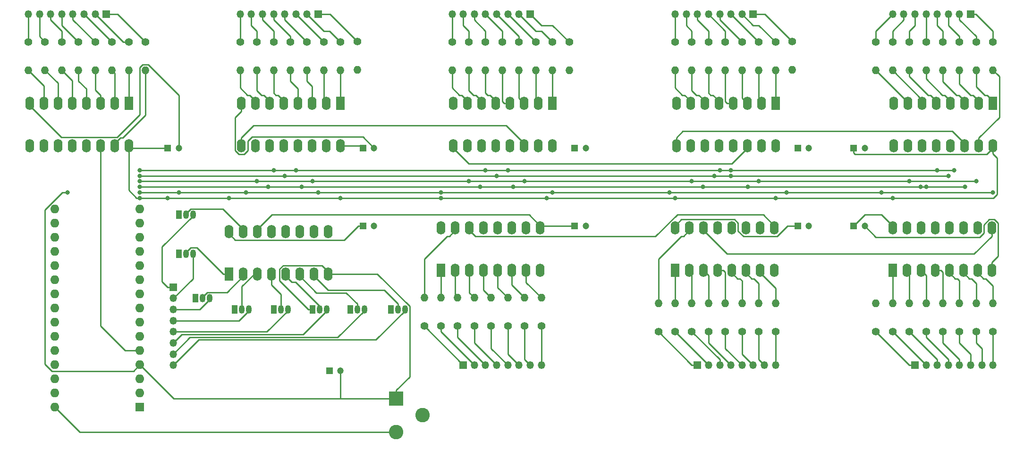
<source format=gtl>
G04 #@! TF.GenerationSoftware,KiCad,Pcbnew,(5.1.4-0-10_14)*
G04 #@! TF.CreationDate,2019-12-08T14:58:00+00:00*
G04 #@! TF.ProjectId,LED_cube_with_74HCT595,4c45445f-6375-4626-955f-776974685f37,rev?*
G04 #@! TF.SameCoordinates,Original*
G04 #@! TF.FileFunction,Copper,L1,Top*
G04 #@! TF.FilePolarity,Positive*
%FSLAX46Y46*%
G04 Gerber Fmt 4.6, Leading zero omitted, Abs format (unit mm)*
G04 Created by KiCad (PCBNEW (5.1.4-0-10_14)) date 2019-12-08 14:58:00*
%MOMM*%
%LPD*%
G04 APERTURE LIST*
%ADD10C,1.200000*%
%ADD11R,1.200000X1.200000*%
%ADD12O,1.600000X1.600000*%
%ADD13R,1.600000X1.600000*%
%ADD14O,1.600000X2.400000*%
%ADD15R,1.600000X2.400000*%
%ADD16O,1.350000X1.350000*%
%ADD17R,1.350000X1.350000*%
%ADD18O,1.050000X1.500000*%
%ADD19R,1.050000X1.500000*%
%ADD20C,1.400000*%
%ADD21O,1.400000X1.400000*%
%ADD22R,2.600000X2.600000*%
%ADD23C,2.600000*%
%ADD24C,0.800000*%
%ADD25C,0.250000*%
G04 APERTURE END LIST*
D10*
X83000000Y-92000000D03*
D11*
X81000000Y-92000000D03*
D12*
X31760000Y-63000000D03*
X47000000Y-63000000D03*
X31760000Y-98560000D03*
X47000000Y-65540000D03*
X31760000Y-96020000D03*
X47000000Y-68080000D03*
X31760000Y-93480000D03*
X47000000Y-70620000D03*
X31760000Y-90940000D03*
X47000000Y-73160000D03*
X31760000Y-88400000D03*
X47000000Y-75700000D03*
X31760000Y-85860000D03*
X47000000Y-78240000D03*
X31760000Y-83320000D03*
X47000000Y-80780000D03*
X31760000Y-80780000D03*
X47000000Y-83320000D03*
X31760000Y-78240000D03*
X47000000Y-85860000D03*
X31760000Y-75700000D03*
X47000000Y-88400000D03*
X31760000Y-73160000D03*
X47000000Y-90940000D03*
X31760000Y-70620000D03*
X47000000Y-93480000D03*
X31760000Y-68080000D03*
X47000000Y-96020000D03*
X31760000Y-65540000D03*
D13*
X47000000Y-98560000D03*
D14*
X200000000Y-51620000D03*
X182220000Y-44000000D03*
X197460000Y-51620000D03*
X184760000Y-44000000D03*
X194920000Y-51620000D03*
X187300000Y-44000000D03*
X192380000Y-51620000D03*
X189840000Y-44000000D03*
X189840000Y-51620000D03*
X192380000Y-44000000D03*
X187300000Y-51620000D03*
X194920000Y-44000000D03*
X184760000Y-51620000D03*
X197460000Y-44000000D03*
X182220000Y-51620000D03*
D15*
X200000000Y-44000000D03*
D14*
X161000000Y-51620000D03*
X143220000Y-44000000D03*
X158460000Y-51620000D03*
X145760000Y-44000000D03*
X155920000Y-51620000D03*
X148300000Y-44000000D03*
X153380000Y-51620000D03*
X150840000Y-44000000D03*
X150840000Y-51620000D03*
X153380000Y-44000000D03*
X148300000Y-51620000D03*
X155920000Y-44000000D03*
X145760000Y-51620000D03*
X158460000Y-44000000D03*
X143220000Y-51620000D03*
D15*
X161000000Y-44000000D03*
X101000000Y-74000000D03*
D14*
X118780000Y-66380000D03*
X103540000Y-74000000D03*
X116240000Y-66380000D03*
X106080000Y-74000000D03*
X113700000Y-66380000D03*
X108620000Y-74000000D03*
X111160000Y-66380000D03*
X111160000Y-74000000D03*
X108620000Y-66380000D03*
X113700000Y-74000000D03*
X106080000Y-66380000D03*
X116240000Y-74000000D03*
X103540000Y-66380000D03*
X118780000Y-74000000D03*
X101000000Y-66380000D03*
X143000000Y-66380000D03*
X160780000Y-74000000D03*
X145540000Y-66380000D03*
X158240000Y-74000000D03*
X148080000Y-66380000D03*
X155700000Y-74000000D03*
X150620000Y-66380000D03*
X153160000Y-74000000D03*
X153160000Y-66380000D03*
X150620000Y-74000000D03*
X155700000Y-66380000D03*
X148080000Y-74000000D03*
X158240000Y-66380000D03*
X145540000Y-74000000D03*
X160780000Y-66380000D03*
D15*
X143000000Y-74000000D03*
D16*
X27000000Y-28000000D03*
X29000000Y-28000000D03*
X31000000Y-28000000D03*
X33000000Y-28000000D03*
X35000000Y-28000000D03*
X37000000Y-28000000D03*
X39000000Y-28000000D03*
D17*
X41000000Y-28000000D03*
X105000000Y-91000000D03*
D16*
X107000000Y-91000000D03*
X109000000Y-91000000D03*
X111000000Y-91000000D03*
X113000000Y-91000000D03*
X115000000Y-91000000D03*
X117000000Y-91000000D03*
X119000000Y-91000000D03*
D17*
X79000000Y-28000000D03*
D16*
X77000000Y-28000000D03*
X75000000Y-28000000D03*
X73000000Y-28000000D03*
X71000000Y-28000000D03*
X69000000Y-28000000D03*
X67000000Y-28000000D03*
X65000000Y-28000000D03*
X161000000Y-91000000D03*
X159000000Y-91000000D03*
X157000000Y-91000000D03*
X155000000Y-91000000D03*
X153000000Y-91000000D03*
X151000000Y-91000000D03*
X149000000Y-91000000D03*
D17*
X147000000Y-91000000D03*
D16*
X103000000Y-28000000D03*
X105000000Y-28000000D03*
X107000000Y-28000000D03*
X109000000Y-28000000D03*
X111000000Y-28000000D03*
X113000000Y-28000000D03*
X115000000Y-28000000D03*
D17*
X117000000Y-28000000D03*
D16*
X200000000Y-91000000D03*
X198000000Y-91000000D03*
X196000000Y-91000000D03*
X194000000Y-91000000D03*
X192000000Y-91000000D03*
X190000000Y-91000000D03*
X188000000Y-91000000D03*
D17*
X186000000Y-91000000D03*
D16*
X53000000Y-91000000D03*
X53000000Y-89000000D03*
X53000000Y-87000000D03*
X53000000Y-85000000D03*
X53000000Y-83000000D03*
X53000000Y-81000000D03*
X53000000Y-79000000D03*
D17*
X53000000Y-77000000D03*
X157000000Y-28000000D03*
D16*
X155000000Y-28000000D03*
X153000000Y-28000000D03*
X151000000Y-28000000D03*
X149000000Y-28000000D03*
X147000000Y-28000000D03*
X145000000Y-28000000D03*
X143000000Y-28000000D03*
D17*
X196000000Y-28000000D03*
D16*
X194000000Y-28000000D03*
X192000000Y-28000000D03*
X190000000Y-28000000D03*
X188000000Y-28000000D03*
X186000000Y-28000000D03*
X184000000Y-28000000D03*
X182000000Y-28000000D03*
D18*
X55270000Y-64000000D03*
X56540000Y-64000000D03*
D19*
X54000000Y-64000000D03*
X57000000Y-79000000D03*
D18*
X59540000Y-79000000D03*
X58270000Y-79000000D03*
X72270000Y-81000000D03*
X73540000Y-81000000D03*
D19*
X71000000Y-81000000D03*
X84730000Y-81000000D03*
D18*
X87270000Y-81000000D03*
X86000000Y-81000000D03*
X55270000Y-71000000D03*
X56540000Y-71000000D03*
D19*
X54000000Y-71000000D03*
D18*
X65270000Y-81000000D03*
X66540000Y-81000000D03*
D19*
X64000000Y-81000000D03*
D18*
X79270000Y-81000000D03*
X80540000Y-81000000D03*
D19*
X78000000Y-81000000D03*
X92000000Y-81000000D03*
D18*
X94540000Y-81000000D03*
X93270000Y-81000000D03*
D20*
X48000000Y-33000000D03*
D21*
X48000000Y-38080000D03*
X45000000Y-38080000D03*
D20*
X45000000Y-33000000D03*
D21*
X119000000Y-78920000D03*
D20*
X119000000Y-84000000D03*
X42000000Y-33000000D03*
D21*
X42000000Y-38080000D03*
D20*
X116000000Y-84000000D03*
D21*
X116000000Y-78920000D03*
X39000000Y-38080000D03*
D20*
X39000000Y-33000000D03*
D21*
X113000000Y-78920000D03*
D20*
X113000000Y-84000000D03*
X36000000Y-33000000D03*
D21*
X36000000Y-38080000D03*
D20*
X110000000Y-84000000D03*
D21*
X110000000Y-78920000D03*
X33000000Y-38080000D03*
D20*
X33000000Y-33000000D03*
D21*
X107000000Y-78920000D03*
D20*
X107000000Y-84000000D03*
X30000000Y-33000000D03*
D21*
X30000000Y-38080000D03*
D20*
X104000000Y-84000000D03*
D21*
X104000000Y-78920000D03*
X27000000Y-38080000D03*
D20*
X27000000Y-33000000D03*
D21*
X101000000Y-78920000D03*
D20*
X101000000Y-84000000D03*
D21*
X98000000Y-78920000D03*
D20*
X98000000Y-84000000D03*
D21*
X86000000Y-38000000D03*
D20*
X86000000Y-32920000D03*
X83000000Y-33000000D03*
D21*
X83000000Y-38080000D03*
D20*
X161000000Y-85000000D03*
D21*
X161000000Y-79920000D03*
X80000000Y-38080000D03*
D20*
X80000000Y-33000000D03*
D21*
X158000000Y-79920000D03*
D20*
X158000000Y-85000000D03*
X77000000Y-33000000D03*
D21*
X77000000Y-38080000D03*
D20*
X155000000Y-85000000D03*
D21*
X155000000Y-79920000D03*
X74000000Y-38080000D03*
D20*
X74000000Y-33000000D03*
D21*
X152000000Y-79920000D03*
D20*
X152000000Y-85000000D03*
X71000000Y-33000000D03*
D21*
X71000000Y-38080000D03*
D20*
X149000000Y-85000000D03*
D21*
X149000000Y-79920000D03*
X68000000Y-38080000D03*
D20*
X68000000Y-33000000D03*
D21*
X146000000Y-79920000D03*
D20*
X146000000Y-85000000D03*
X65000000Y-33000000D03*
D21*
X65000000Y-38080000D03*
D20*
X143000000Y-85000000D03*
D21*
X143000000Y-79920000D03*
X140000000Y-79920000D03*
D20*
X140000000Y-85000000D03*
X124000000Y-33000000D03*
D21*
X124000000Y-38080000D03*
X121000000Y-38080000D03*
D20*
X121000000Y-33000000D03*
D21*
X200000000Y-79920000D03*
D20*
X200000000Y-85000000D03*
X118000000Y-33000000D03*
D21*
X118000000Y-38080000D03*
D20*
X197000000Y-85000000D03*
D21*
X197000000Y-79920000D03*
X115000000Y-38080000D03*
D20*
X115000000Y-33000000D03*
D21*
X194000000Y-79920000D03*
D20*
X194000000Y-85000000D03*
X112000000Y-33000000D03*
D21*
X112000000Y-38080000D03*
D20*
X191000000Y-85000000D03*
D21*
X191000000Y-79920000D03*
X109000000Y-38080000D03*
D20*
X109000000Y-33000000D03*
D21*
X188000000Y-79920000D03*
D20*
X188000000Y-85000000D03*
X106000000Y-33000000D03*
D21*
X106000000Y-38080000D03*
D20*
X185000000Y-85000000D03*
D21*
X185000000Y-79920000D03*
X103000000Y-38080000D03*
D20*
X103000000Y-33000000D03*
D21*
X182000000Y-79920000D03*
D20*
X182000000Y-85000000D03*
X179000000Y-85000000D03*
D21*
X179000000Y-79920000D03*
X164000000Y-38000000D03*
D20*
X164000000Y-32920000D03*
X161000000Y-33000000D03*
D21*
X161000000Y-38080000D03*
D20*
X179000000Y-33000000D03*
D21*
X179000000Y-38080000D03*
X158000000Y-38080000D03*
D20*
X158000000Y-33000000D03*
D21*
X182000000Y-38080000D03*
D20*
X182000000Y-33000000D03*
X155000000Y-33000000D03*
D21*
X155000000Y-38080000D03*
D20*
X185000000Y-33000000D03*
D21*
X185000000Y-38080000D03*
X152000000Y-38080000D03*
D20*
X152000000Y-33000000D03*
D21*
X188000000Y-38080000D03*
D20*
X188000000Y-33000000D03*
X149000000Y-33000000D03*
D21*
X149000000Y-38080000D03*
D20*
X191000000Y-33000000D03*
D21*
X191000000Y-38080000D03*
X146000000Y-38080000D03*
D20*
X146000000Y-33000000D03*
X194000000Y-33000000D03*
D21*
X194000000Y-38080000D03*
D20*
X143000000Y-33000000D03*
D21*
X143000000Y-38080000D03*
X197000000Y-38080000D03*
D20*
X197000000Y-33000000D03*
X200000000Y-33000000D03*
D21*
X200000000Y-38080000D03*
D14*
X45000000Y-51620000D03*
X27220000Y-44000000D03*
X42460000Y-51620000D03*
X29760000Y-44000000D03*
X39920000Y-51620000D03*
X32300000Y-44000000D03*
X37380000Y-51620000D03*
X34840000Y-44000000D03*
X34840000Y-51620000D03*
X37380000Y-44000000D03*
X32300000Y-51620000D03*
X39920000Y-44000000D03*
X29760000Y-51620000D03*
X42460000Y-44000000D03*
X27220000Y-51620000D03*
D15*
X45000000Y-44000000D03*
X63000000Y-74620000D03*
D14*
X80780000Y-67000000D03*
X65540000Y-74620000D03*
X78240000Y-67000000D03*
X68080000Y-74620000D03*
X75700000Y-67000000D03*
X70620000Y-74620000D03*
X73160000Y-67000000D03*
X73160000Y-74620000D03*
X70620000Y-67000000D03*
X75700000Y-74620000D03*
X68080000Y-67000000D03*
X78240000Y-74620000D03*
X65540000Y-67000000D03*
X80780000Y-74620000D03*
X63000000Y-67000000D03*
X83000000Y-51620000D03*
X65220000Y-44000000D03*
X80460000Y-51620000D03*
X67760000Y-44000000D03*
X77920000Y-51620000D03*
X70300000Y-44000000D03*
X75380000Y-51620000D03*
X72840000Y-44000000D03*
X72840000Y-51620000D03*
X75380000Y-44000000D03*
X70300000Y-51620000D03*
X77920000Y-44000000D03*
X67760000Y-51620000D03*
X80460000Y-44000000D03*
X65220000Y-51620000D03*
D15*
X83000000Y-44000000D03*
X121000000Y-44000000D03*
D14*
X103220000Y-51620000D03*
X118460000Y-44000000D03*
X105760000Y-51620000D03*
X115920000Y-44000000D03*
X108300000Y-51620000D03*
X113380000Y-44000000D03*
X110840000Y-51620000D03*
X110840000Y-44000000D03*
X113380000Y-51620000D03*
X108300000Y-44000000D03*
X115920000Y-51620000D03*
X105760000Y-44000000D03*
X118460000Y-51620000D03*
X103220000Y-44000000D03*
X121000000Y-51620000D03*
D15*
X182000000Y-74000000D03*
D14*
X199780000Y-66380000D03*
X184540000Y-74000000D03*
X197240000Y-66380000D03*
X187080000Y-74000000D03*
X194700000Y-66380000D03*
X189620000Y-74000000D03*
X192160000Y-66380000D03*
X192160000Y-74000000D03*
X189620000Y-66380000D03*
X194700000Y-74000000D03*
X187080000Y-66380000D03*
X197240000Y-74000000D03*
X184540000Y-66380000D03*
X199780000Y-74000000D03*
X182000000Y-66380000D03*
D22*
X93000000Y-97000000D03*
D23*
X93000000Y-103000000D03*
X97700000Y-100000000D03*
D10*
X54000000Y-52000000D03*
D11*
X52000000Y-52000000D03*
X125000000Y-66000000D03*
D10*
X127000000Y-66000000D03*
D11*
X87000000Y-66000000D03*
D10*
X89000000Y-66000000D03*
X89000000Y-52000000D03*
D11*
X87000000Y-52000000D03*
X165000000Y-66000000D03*
D10*
X167000000Y-66000000D03*
X127000000Y-52000000D03*
D11*
X125000000Y-52000000D03*
X175000000Y-66000000D03*
D10*
X177000000Y-66000000D03*
X167000000Y-52000000D03*
D11*
X165000000Y-52000000D03*
X175000000Y-52000000D03*
D10*
X177000000Y-52000000D03*
D24*
X47000000Y-60000000D03*
X79000000Y-60000000D03*
X66000000Y-60000000D03*
X101000000Y-60000000D03*
X121000000Y-60000000D03*
X142000000Y-60000000D03*
X163000000Y-60000000D03*
X180000000Y-60000000D03*
X200000000Y-60000000D03*
X34000000Y-60000000D03*
X54000000Y-60000000D03*
X73000000Y-57000000D03*
X47000000Y-59000000D03*
X70000000Y-59000000D03*
X76000000Y-59000000D03*
X108000000Y-59000000D03*
X114000000Y-59000000D03*
X156000000Y-59000000D03*
X148000000Y-59000000D03*
X188000000Y-59000000D03*
X187000000Y-59000000D03*
X195000000Y-59000000D03*
X47000000Y-58000000D03*
X68000000Y-58000000D03*
X78000000Y-58000000D03*
X106000000Y-58000000D03*
X116000000Y-58000000D03*
X158000000Y-58000000D03*
X146000000Y-58000000D03*
X197000000Y-58000000D03*
X185000000Y-58000000D03*
X47000000Y-57000000D03*
X111000000Y-57000000D03*
X150000000Y-57000000D03*
X153000000Y-57000000D03*
X192000000Y-57000000D03*
X47000000Y-56000000D03*
X75000000Y-56000000D03*
X71000000Y-56000000D03*
X113000000Y-56000000D03*
X109000000Y-56000000D03*
X153000000Y-56000000D03*
X151000000Y-56000000D03*
X193000000Y-56000000D03*
X190000000Y-56000000D03*
X47000000Y-61000000D03*
X83000000Y-61000000D03*
X120000000Y-61000000D03*
X101000000Y-61000000D03*
X143000000Y-61000000D03*
X161000000Y-61000000D03*
X182000000Y-61000000D03*
X63000000Y-61000000D03*
X52000000Y-61000000D03*
D25*
X118780000Y-74000000D02*
X118780000Y-73600000D01*
X47000000Y-60000000D02*
X54000000Y-60000000D01*
X66000000Y-60000000D02*
X79000000Y-60000000D01*
X79000000Y-60000000D02*
X101000000Y-60000000D01*
X101000000Y-60000000D02*
X121000000Y-60000000D01*
X121000000Y-60000000D02*
X142000000Y-60000000D01*
X142000000Y-60000000D02*
X163000000Y-60000000D01*
X163000000Y-60000000D02*
X180000000Y-60000000D01*
X180000000Y-60000000D02*
X200000000Y-60000000D01*
X31219999Y-92065001D02*
X30000000Y-90845002D01*
X45874999Y-92065001D02*
X31219999Y-92065001D01*
X47000000Y-90940000D02*
X45874999Y-92065001D01*
X33094998Y-60000000D02*
X34000000Y-60000000D01*
X30000000Y-63094998D02*
X33094998Y-60000000D01*
X30000000Y-90845002D02*
X30000000Y-63094998D01*
X66000000Y-60000000D02*
X54000000Y-60000000D01*
X53060000Y-97000000D02*
X71000000Y-97000000D01*
X53060000Y-97000000D02*
X93000000Y-97000000D01*
X47000000Y-90940000D02*
X53060000Y-97000000D01*
X81830000Y-74620000D02*
X80780000Y-74620000D01*
X89587095Y-74620000D02*
X81830000Y-74620000D01*
X95390010Y-80422915D02*
X89587095Y-74620000D01*
X95390010Y-93059990D02*
X95390010Y-80422915D01*
X93000000Y-95450000D02*
X95390010Y-93059990D01*
X93000000Y-97000000D02*
X93000000Y-95450000D01*
X72034990Y-75809990D02*
X77225000Y-81000000D01*
X72034990Y-73754006D02*
X72034990Y-75809990D01*
X77225000Y-81000000D02*
X78000000Y-81000000D01*
X72694006Y-73094990D02*
X72034990Y-73754006D01*
X79654990Y-73094990D02*
X72694006Y-73094990D01*
X80780000Y-74220000D02*
X79654990Y-73094990D01*
X80780000Y-74620000D02*
X80780000Y-74220000D01*
X54000000Y-42562998D02*
X54000000Y-51151472D01*
X48492001Y-37054999D02*
X54000000Y-42562998D01*
X46974999Y-37587999D02*
X47507999Y-37054999D01*
X46974999Y-46068591D02*
X46974999Y-37587999D01*
X54000000Y-51151472D02*
X54000000Y-52000000D01*
X47507999Y-37054999D02*
X48492001Y-37054999D01*
X32914990Y-50094990D02*
X42948600Y-50094990D01*
X27220000Y-44400000D02*
X32914990Y-50094990D01*
X42948600Y-50094990D02*
X46974999Y-46068591D01*
X27220000Y-44000000D02*
X27220000Y-44400000D01*
X65220000Y-45450000D02*
X65220000Y-44000000D01*
X64094990Y-52485994D02*
X64094990Y-46575010D01*
X64094990Y-46575010D02*
X65220000Y-45450000D01*
X64754006Y-53145010D02*
X64094990Y-52485994D01*
X65685994Y-53145010D02*
X64754006Y-53145010D01*
X66345010Y-50754006D02*
X66345010Y-52485994D01*
X66345010Y-52485994D02*
X65685994Y-53145010D01*
X67099016Y-50000000D02*
X66345010Y-50754006D01*
X87000000Y-50000000D02*
X67099016Y-50000000D01*
X89000000Y-52000000D02*
X87000000Y-50000000D01*
X200905010Y-71424990D02*
X199780000Y-72550000D01*
X200245994Y-64854990D02*
X200905010Y-65514006D01*
X200905010Y-65514006D02*
X200905010Y-71424990D01*
X199314006Y-64854990D02*
X200245994Y-64854990D01*
X198365010Y-65803986D02*
X199314006Y-64854990D01*
X198365010Y-67245994D02*
X198365010Y-65803986D01*
X199780000Y-72550000D02*
X199780000Y-74000000D01*
X197611004Y-68000000D02*
X198365010Y-67245994D01*
X179000000Y-68000000D02*
X197611004Y-68000000D01*
X177000000Y-66000000D02*
X179000000Y-68000000D01*
X83000000Y-92000000D02*
X83000000Y-97000000D01*
X39920000Y-51220000D02*
X39920000Y-51620000D01*
X39920000Y-52020000D02*
X39920000Y-51620000D01*
X47000000Y-88400000D02*
X44400000Y-88400000D01*
X39920000Y-83920000D02*
X39920000Y-51620000D01*
X44400000Y-88400000D02*
X39920000Y-83920000D01*
X47000000Y-59000000D02*
X70000000Y-59000000D01*
X70000000Y-59000000D02*
X76000000Y-59000000D01*
X76000000Y-59000000D02*
X108000000Y-59000000D01*
X108000000Y-59000000D02*
X114000000Y-59000000D01*
X114000000Y-59000000D02*
X148000000Y-59000000D01*
X156000000Y-59000000D02*
X187000000Y-59000000D01*
X148000000Y-59000000D02*
X156000000Y-59000000D01*
X188000000Y-59000000D02*
X195000000Y-59000000D01*
X187000000Y-59000000D02*
X188000000Y-59000000D01*
X47000000Y-58000000D02*
X68000000Y-58000000D01*
X68000000Y-58000000D02*
X78000000Y-58000000D01*
X78000000Y-58000000D02*
X106000000Y-58000000D01*
X106000000Y-58000000D02*
X116000000Y-58000000D01*
X116000000Y-58000000D02*
X146000000Y-58000000D01*
X158000000Y-58000000D02*
X185000000Y-58000000D01*
X146000000Y-58000000D02*
X158000000Y-58000000D01*
X185000000Y-58000000D02*
X197000000Y-58000000D01*
X47000000Y-57000000D02*
X111000000Y-57000000D01*
X111000000Y-57000000D02*
X150000000Y-57000000D01*
X150000000Y-57000000D02*
X153000000Y-57000000D01*
X153000000Y-57000000D02*
X192000000Y-57000000D01*
X47000000Y-56000000D02*
X71000000Y-56000000D01*
X75000000Y-56000000D02*
X109000000Y-56000000D01*
X71000000Y-56000000D02*
X75000000Y-56000000D01*
X113000000Y-56000000D02*
X151000000Y-56000000D01*
X109000000Y-56000000D02*
X113000000Y-56000000D01*
X153000000Y-56000000D02*
X190000000Y-56000000D01*
X151000000Y-56000000D02*
X153000000Y-56000000D01*
X190000000Y-56000000D02*
X193000000Y-56000000D01*
X45000000Y-52020000D02*
X45000000Y-51620000D01*
X135000000Y-61000000D02*
X120000000Y-61000000D01*
X135000000Y-61000000D02*
X143000000Y-61000000D01*
X47000000Y-61000000D02*
X52000000Y-61000000D01*
X83000000Y-61000000D02*
X101000000Y-61000000D01*
X63000000Y-61000000D02*
X83000000Y-61000000D01*
X120000000Y-61000000D02*
X113000000Y-61000000D01*
X101000000Y-61000000D02*
X135000000Y-61000000D01*
X143000000Y-61000000D02*
X161000000Y-61000000D01*
X161000000Y-61000000D02*
X182000000Y-61000000D01*
X46434315Y-61000000D02*
X47000000Y-61000000D01*
X45000000Y-59565685D02*
X46434315Y-61000000D01*
X45000000Y-51620000D02*
X45000000Y-59565685D01*
X200000000Y-53070000D02*
X200000000Y-51620000D01*
X200725001Y-53795001D02*
X200000000Y-53070000D01*
X200725001Y-60348001D02*
X200725001Y-53795001D01*
X200073002Y-61000000D02*
X200725001Y-60348001D01*
X182000000Y-61000000D02*
X200073002Y-61000000D01*
X71000000Y-103000000D02*
X36200000Y-103000000D01*
X36200000Y-103000000D02*
X31760000Y-98560000D01*
X93000000Y-103000000D02*
X36200000Y-103000000D01*
X52000000Y-61000000D02*
X63000000Y-61000000D01*
X45380000Y-52000000D02*
X45000000Y-51620000D01*
X52000000Y-52000000D02*
X45380000Y-52000000D01*
X86620000Y-51620000D02*
X87000000Y-52000000D01*
X83000000Y-51620000D02*
X86620000Y-51620000D01*
X198874990Y-53145010D02*
X200000000Y-52020000D01*
X200000000Y-52020000D02*
X200000000Y-51620000D01*
X175295010Y-53145010D02*
X198874990Y-53145010D01*
X175000000Y-52850000D02*
X175295010Y-53145010D01*
X175000000Y-52000000D02*
X175000000Y-52850000D01*
X180020000Y-64000000D02*
X182000000Y-65980000D01*
X182000000Y-65980000D02*
X182000000Y-66380000D01*
X177000000Y-64000000D02*
X180020000Y-64000000D01*
X175000000Y-66000000D02*
X177000000Y-64000000D01*
X144125010Y-64854990D02*
X143000000Y-65980000D01*
X153625994Y-64854990D02*
X144125010Y-64854990D01*
X143000000Y-65980000D02*
X143000000Y-66380000D01*
X154285010Y-66956014D02*
X154285010Y-65514006D01*
X155234006Y-67905010D02*
X154285010Y-66956014D01*
X161245994Y-67905010D02*
X155234006Y-67905010D01*
X163151004Y-66000000D02*
X161245994Y-67905010D01*
X154285010Y-65514006D02*
X153625994Y-64854990D01*
X165000000Y-66000000D02*
X163151004Y-66000000D01*
X64125010Y-68525010D02*
X63000000Y-67400000D01*
X63000000Y-67400000D02*
X63000000Y-67000000D01*
X83624990Y-68525010D02*
X64125010Y-68525010D01*
X86150000Y-66000000D02*
X83624990Y-68525010D01*
X87000000Y-66000000D02*
X86150000Y-66000000D01*
X43000000Y-28000000D02*
X48000000Y-33000000D01*
X41000000Y-28000000D02*
X43000000Y-28000000D01*
X44000000Y-33000000D02*
X45000000Y-33000000D01*
X39000000Y-28000000D02*
X44000000Y-33000000D01*
X37000000Y-28000000D02*
X42000000Y-33000000D01*
X35000000Y-29000000D02*
X39000000Y-33000000D01*
X35000000Y-28000000D02*
X35000000Y-29000000D01*
X33000000Y-30000000D02*
X36000000Y-33000000D01*
X33000000Y-28000000D02*
X33000000Y-30000000D01*
X31000000Y-28000000D02*
X31000000Y-29000000D01*
X33000000Y-31000000D02*
X33000000Y-33000000D01*
X31000000Y-29000000D02*
X33000000Y-31000000D01*
X29000000Y-32000000D02*
X30000000Y-33000000D01*
X29000000Y-28000000D02*
X29000000Y-32000000D01*
X27000000Y-28000000D02*
X27000000Y-33000000D01*
X119000000Y-91000000D02*
X119000000Y-84000000D01*
X116000000Y-90000000D02*
X117000000Y-91000000D01*
X116000000Y-84000000D02*
X116000000Y-90000000D01*
X113000000Y-89000000D02*
X115000000Y-91000000D01*
X113000000Y-84000000D02*
X113000000Y-89000000D01*
X110000000Y-88000000D02*
X113000000Y-91000000D01*
X110000000Y-84000000D02*
X110000000Y-88000000D01*
X107000000Y-87000000D02*
X111000000Y-91000000D01*
X107000000Y-84000000D02*
X107000000Y-87000000D01*
X104000000Y-86000000D02*
X109000000Y-91000000D01*
X104000000Y-84000000D02*
X104000000Y-86000000D01*
X101000000Y-85000000D02*
X107000000Y-91000000D01*
X101000000Y-84000000D02*
X101000000Y-85000000D01*
X98000000Y-84000000D02*
X105000000Y-91000000D01*
X65000000Y-33000000D02*
X65000000Y-28000000D01*
X67000000Y-28000000D02*
X67000000Y-30000000D01*
X68000000Y-31000000D02*
X68000000Y-33000000D01*
X67000000Y-30000000D02*
X68000000Y-31000000D01*
X69000000Y-28000000D02*
X69000000Y-29000000D01*
X71000000Y-31000000D02*
X71000000Y-33000000D01*
X69000000Y-29000000D02*
X71000000Y-31000000D01*
X71000000Y-28000000D02*
X71000000Y-29000000D01*
X74000000Y-32000000D02*
X74000000Y-33000000D01*
X71000000Y-29000000D02*
X74000000Y-32000000D01*
X73000000Y-29000000D02*
X77000000Y-33000000D01*
X73000000Y-28000000D02*
X73000000Y-29000000D01*
X75000000Y-28000000D02*
X80000000Y-33000000D01*
X77000000Y-28000000D02*
X80000000Y-31000000D01*
X81000000Y-31000000D02*
X83000000Y-33000000D01*
X80000000Y-31000000D02*
X81000000Y-31000000D01*
X81080000Y-28000000D02*
X86000000Y-32920000D01*
X79000000Y-28000000D02*
X81080000Y-28000000D01*
X146000000Y-91000000D02*
X140000000Y-85000000D01*
X147000000Y-91000000D02*
X146000000Y-91000000D01*
X149000000Y-91000000D02*
X143000000Y-85000000D01*
X151000000Y-90000000D02*
X151000000Y-91000000D01*
X146000000Y-85000000D02*
X151000000Y-90000000D01*
X149000000Y-87000000D02*
X153000000Y-91000000D01*
X149000000Y-85000000D02*
X149000000Y-87000000D01*
X152000000Y-88000000D02*
X155000000Y-91000000D01*
X152000000Y-85000000D02*
X152000000Y-88000000D01*
X155000000Y-89000000D02*
X157000000Y-91000000D01*
X155000000Y-85000000D02*
X155000000Y-89000000D01*
X158000000Y-90000000D02*
X159000000Y-91000000D01*
X158000000Y-85000000D02*
X158000000Y-90000000D01*
X161000000Y-85000000D02*
X161000000Y-91000000D01*
X117000000Y-28000000D02*
X119000000Y-30000000D01*
X121000000Y-30000000D02*
X124000000Y-33000000D01*
X119000000Y-30000000D02*
X121000000Y-30000000D01*
X115000000Y-28000000D02*
X118000000Y-31000000D01*
X119000000Y-31000000D02*
X121000000Y-33000000D01*
X118000000Y-31000000D02*
X119000000Y-31000000D01*
X113000000Y-28000000D02*
X118000000Y-33000000D01*
X115000000Y-32000000D02*
X115000000Y-33000000D01*
X111000000Y-28000000D02*
X115000000Y-32000000D01*
X109000000Y-28000000D02*
X112000000Y-31000000D01*
X112000000Y-31000000D02*
X112000000Y-33000000D01*
X107000000Y-28000000D02*
X107000000Y-29000000D01*
X109000000Y-31000000D02*
X109000000Y-33000000D01*
X107000000Y-29000000D02*
X109000000Y-31000000D01*
X105000000Y-28000000D02*
X105000000Y-30000000D01*
X106000000Y-31000000D02*
X106000000Y-33000000D01*
X105000000Y-30000000D02*
X106000000Y-31000000D01*
X103000000Y-28000000D02*
X103000000Y-33000000D01*
X185000000Y-91000000D02*
X179000000Y-85000000D01*
X186000000Y-91000000D02*
X185000000Y-91000000D01*
X188000000Y-91000000D02*
X182000000Y-85000000D01*
X190000000Y-91000000D02*
X190000000Y-90000000D01*
X190000000Y-90000000D02*
X185000000Y-85000000D01*
X192000000Y-90000000D02*
X192000000Y-91000000D01*
X188000000Y-86000000D02*
X192000000Y-90000000D01*
X188000000Y-85000000D02*
X188000000Y-86000000D01*
X194000000Y-91000000D02*
X194000000Y-90000000D01*
X191000000Y-87000000D02*
X191000000Y-85000000D01*
X194000000Y-90000000D02*
X191000000Y-87000000D01*
X194000000Y-85000000D02*
X194000000Y-87000000D01*
X194000000Y-87000000D02*
X196000000Y-89000000D01*
X196000000Y-89000000D02*
X196000000Y-91000000D01*
X197000000Y-85000000D02*
X197000000Y-87000000D01*
X198000000Y-91000000D02*
X198000000Y-88000000D01*
X198000000Y-88000000D02*
X197000000Y-87000000D01*
X200000000Y-85000000D02*
X200000000Y-91000000D01*
X56540000Y-64225000D02*
X51000000Y-69765000D01*
X56540000Y-64000000D02*
X56540000Y-64225000D01*
X51000000Y-69765000D02*
X51000000Y-76000000D01*
X52000000Y-77000000D02*
X53000000Y-77000000D01*
X51000000Y-76000000D02*
X52000000Y-77000000D01*
X56540000Y-75460000D02*
X53000000Y-79000000D01*
X56540000Y-71000000D02*
X56540000Y-75460000D01*
X59540000Y-79225000D02*
X57765000Y-81000000D01*
X57765000Y-81000000D02*
X53000000Y-81000000D01*
X59540000Y-79000000D02*
X59540000Y-79225000D01*
X64765000Y-83000000D02*
X53000000Y-83000000D01*
X66540000Y-81225000D02*
X64765000Y-83000000D01*
X66540000Y-81000000D02*
X66540000Y-81225000D01*
X73540000Y-81225000D02*
X69765000Y-85000000D01*
X69765000Y-85000000D02*
X53000000Y-85000000D01*
X73540000Y-81000000D02*
X73540000Y-81225000D01*
X54549990Y-85450010D02*
X53000000Y-87000000D01*
X76314990Y-85450010D02*
X54549990Y-85450010D01*
X80540000Y-81225000D02*
X76314990Y-85450010D01*
X80540000Y-81000000D02*
X80540000Y-81225000D01*
X87270000Y-81225000D02*
X82495000Y-86000000D01*
X87270000Y-81000000D02*
X87270000Y-81225000D01*
X56000000Y-86000000D02*
X53000000Y-89000000D01*
X82495000Y-86000000D02*
X56000000Y-86000000D01*
X94540000Y-81225000D02*
X89314990Y-86450010D01*
X94540000Y-81000000D02*
X94540000Y-81225000D01*
X57549990Y-86450010D02*
X53000000Y-91000000D01*
X89314990Y-86450010D02*
X57549990Y-86450010D01*
X143000000Y-28000000D02*
X143000000Y-33000000D01*
X145000000Y-28000000D02*
X145000000Y-30000000D01*
X146000000Y-31000000D02*
X146000000Y-33000000D01*
X145000000Y-30000000D02*
X146000000Y-31000000D01*
X147000000Y-28000000D02*
X147000000Y-29000000D01*
X149000000Y-31000000D02*
X149000000Y-33000000D01*
X147000000Y-29000000D02*
X149000000Y-31000000D01*
X149000000Y-28000000D02*
X152000000Y-31000000D01*
X152000000Y-31000000D02*
X152000000Y-33000000D01*
X151000000Y-29000000D02*
X155000000Y-33000000D01*
X151000000Y-28000000D02*
X151000000Y-29000000D01*
X153000000Y-28000000D02*
X158000000Y-33000000D01*
X157000000Y-30000000D02*
X158000000Y-30000000D01*
X155000000Y-28000000D02*
X157000000Y-30000000D01*
X158000000Y-30000000D02*
X161000000Y-33000000D01*
X159080000Y-28000000D02*
X164000000Y-32920000D01*
X157000000Y-28000000D02*
X159080000Y-28000000D01*
X179000000Y-31000000D02*
X179000000Y-33000000D01*
X182000000Y-28000000D02*
X179000000Y-31000000D01*
X182000000Y-33000000D02*
X182000000Y-31000000D01*
X182000000Y-31000000D02*
X184000000Y-29000000D01*
X184000000Y-29000000D02*
X184000000Y-28000000D01*
X186000000Y-28000000D02*
X186000000Y-30000000D01*
X186000000Y-30000000D02*
X185000000Y-31000000D01*
X185000000Y-31000000D02*
X185000000Y-33000000D01*
X188000000Y-33000000D02*
X188000000Y-28000000D01*
X190000000Y-28000000D02*
X190000000Y-30000000D01*
X191000000Y-31000000D02*
X191000000Y-33000000D01*
X190000000Y-30000000D02*
X191000000Y-31000000D01*
X194000000Y-33000000D02*
X194000000Y-32000000D01*
X194000000Y-32000000D02*
X192000000Y-30000000D01*
X192000000Y-30000000D02*
X192000000Y-28000000D01*
X194000000Y-29000000D02*
X194000000Y-28000000D01*
X197000000Y-32000000D02*
X194000000Y-29000000D01*
X197000000Y-33000000D02*
X197000000Y-32000000D01*
X196925000Y-28000000D02*
X196000000Y-28000000D01*
X200000000Y-31075000D02*
X196925000Y-28000000D01*
X200000000Y-33000000D02*
X200000000Y-31075000D01*
X65540000Y-67000000D02*
X65540000Y-67400000D01*
X55270000Y-63775000D02*
X55270000Y-64000000D01*
X56120010Y-62924990D02*
X55270000Y-63775000D01*
X61864990Y-62924990D02*
X56120010Y-62924990D01*
X65540000Y-66600000D02*
X61864990Y-62924990D01*
X65540000Y-67000000D02*
X65540000Y-66600000D01*
X58270000Y-78775000D02*
X58270000Y-79000000D01*
X59120010Y-77924990D02*
X58270000Y-78775000D01*
X62635010Y-77924990D02*
X59120010Y-77924990D01*
X65540000Y-75020000D02*
X62635010Y-77924990D01*
X65540000Y-74620000D02*
X65540000Y-75020000D01*
X72270000Y-81000000D02*
X72270000Y-78270000D01*
X70620000Y-76620000D02*
X70620000Y-74620000D01*
X72270000Y-78270000D02*
X70620000Y-76620000D01*
X75700000Y-75020000D02*
X75700000Y-74620000D01*
X75700000Y-75020000D02*
X78680000Y-78000000D01*
X84000000Y-78000000D02*
X86000000Y-80000000D01*
X86000000Y-80000000D02*
X86000000Y-81000000D01*
X78680000Y-78000000D02*
X84000000Y-78000000D01*
X61950000Y-74620000D02*
X63000000Y-74620000D01*
X56120010Y-69924990D02*
X57254990Y-69924990D01*
X57254990Y-69924990D02*
X61950000Y-74620000D01*
X55270000Y-70775000D02*
X56120010Y-69924990D01*
X55270000Y-71000000D02*
X55270000Y-70775000D01*
X68080000Y-75020000D02*
X68000000Y-75100000D01*
X68080000Y-74620000D02*
X68080000Y-75020000D01*
X65270000Y-76881004D02*
X65270000Y-81000000D01*
X67531004Y-74620000D02*
X65270000Y-76881004D01*
X68080000Y-74620000D02*
X67531004Y-74620000D01*
X79270000Y-80409998D02*
X79270000Y-81000000D01*
X74930002Y-76070000D02*
X79270000Y-80409998D01*
X74210000Y-76070000D02*
X74930002Y-76070000D01*
X73160000Y-75020000D02*
X74210000Y-76070000D01*
X73160000Y-74620000D02*
X73160000Y-75020000D01*
X93270000Y-80000000D02*
X93270000Y-81000000D01*
X90819990Y-77549990D02*
X93270000Y-80000000D01*
X80769990Y-77549990D02*
X90819990Y-77549990D01*
X78240000Y-75020000D02*
X80769990Y-77549990D01*
X78240000Y-74620000D02*
X78240000Y-75020000D01*
X42460000Y-51220000D02*
X42460000Y-51620000D01*
X43510000Y-50170000D02*
X42460000Y-51220000D01*
X43910000Y-50170000D02*
X43510000Y-50170000D01*
X48000000Y-46080000D02*
X43910000Y-50170000D01*
X48000000Y-38080000D02*
X48000000Y-46080000D01*
X45000000Y-44000000D02*
X45000000Y-38080000D01*
X116240000Y-76160000D02*
X119000000Y-78920000D01*
X116240000Y-74000000D02*
X116240000Y-76160000D01*
X42460000Y-38540000D02*
X42000000Y-38080000D01*
X42460000Y-44000000D02*
X42460000Y-38540000D01*
X113700000Y-76620000D02*
X116000000Y-78920000D01*
X113700000Y-74000000D02*
X113700000Y-76620000D01*
X39920000Y-42550000D02*
X39000000Y-41630000D01*
X39920000Y-44000000D02*
X39920000Y-42550000D01*
X39000000Y-41630000D02*
X39000000Y-38080000D01*
X111160000Y-77080000D02*
X113000000Y-78920000D01*
X111160000Y-74000000D02*
X111160000Y-77080000D01*
X36000000Y-38080000D02*
X36000000Y-40000000D01*
X37380000Y-41380000D02*
X37380000Y-44000000D01*
X36000000Y-40000000D02*
X37380000Y-41380000D01*
X108620000Y-77540000D02*
X110000000Y-78920000D01*
X108620000Y-74000000D02*
X108620000Y-77540000D01*
X34840000Y-39920000D02*
X33000000Y-38080000D01*
X34840000Y-44000000D02*
X34840000Y-39920000D01*
X106080000Y-78000000D02*
X107000000Y-78920000D01*
X106080000Y-74000000D02*
X106080000Y-78000000D01*
X32300000Y-40380000D02*
X32300000Y-44000000D01*
X30000000Y-38080000D02*
X32300000Y-40380000D01*
X103540000Y-78460000D02*
X104000000Y-78920000D01*
X103540000Y-74000000D02*
X103540000Y-78460000D01*
X29760000Y-40840000D02*
X27000000Y-38080000D01*
X29760000Y-44000000D02*
X29760000Y-40840000D01*
X101000000Y-74000000D02*
X101000000Y-78920000D01*
X102490000Y-67830000D02*
X103540000Y-66780000D01*
X102090000Y-67830000D02*
X102490000Y-67830000D01*
X98000000Y-71920000D02*
X102090000Y-67830000D01*
X103540000Y-66780000D02*
X103540000Y-66380000D01*
X98000000Y-78920000D02*
X98000000Y-71920000D01*
X80460000Y-51220000D02*
X80460000Y-51620000D01*
X83000000Y-38080000D02*
X83000000Y-44000000D01*
X158240000Y-74400000D02*
X158240000Y-74000000D01*
X161000000Y-77160000D02*
X158240000Y-74400000D01*
X161000000Y-79920000D02*
X161000000Y-77160000D01*
X80000000Y-43540000D02*
X80460000Y-44000000D01*
X80000000Y-38080000D02*
X80000000Y-43540000D01*
X155700000Y-74400000D02*
X155700000Y-74000000D01*
X156750000Y-75450000D02*
X155700000Y-74400000D01*
X157150000Y-75450000D02*
X156750000Y-75450000D01*
X158000000Y-76300000D02*
X157150000Y-75450000D01*
X158000000Y-79920000D02*
X158000000Y-76300000D01*
X77000000Y-38080000D02*
X77000000Y-40000000D01*
X77920000Y-40920000D02*
X77920000Y-44000000D01*
X77000000Y-40000000D02*
X77920000Y-40920000D01*
X153160000Y-74400000D02*
X153160000Y-74000000D01*
X154210000Y-75450000D02*
X153160000Y-74400000D01*
X155000000Y-75840000D02*
X154610000Y-75450000D01*
X154610000Y-75450000D02*
X154210000Y-75450000D01*
X155000000Y-79920000D02*
X155000000Y-75840000D01*
X74000000Y-38080000D02*
X74000000Y-40000000D01*
X75380000Y-41380000D02*
X75380000Y-44000000D01*
X74000000Y-40000000D02*
X75380000Y-41380000D01*
X152000000Y-74330000D02*
X151670000Y-74000000D01*
X151670000Y-74000000D02*
X150620000Y-74000000D01*
X152000000Y-79920000D02*
X152000000Y-74330000D01*
X72840000Y-43600000D02*
X72840000Y-44000000D01*
X71790000Y-42550000D02*
X72840000Y-43600000D01*
X71000000Y-42160000D02*
X71390000Y-42550000D01*
X71390000Y-42550000D02*
X71790000Y-42550000D01*
X71000000Y-38080000D02*
X71000000Y-42160000D01*
X149000000Y-74920000D02*
X148080000Y-74000000D01*
X149000000Y-79920000D02*
X149000000Y-74920000D01*
X70300000Y-43600000D02*
X70300000Y-44000000D01*
X68850000Y-42550000D02*
X69250000Y-42550000D01*
X69250000Y-42550000D02*
X70300000Y-43600000D01*
X68000000Y-41700000D02*
X68850000Y-42550000D01*
X68000000Y-38080000D02*
X68000000Y-41700000D01*
X146000000Y-74460000D02*
X145540000Y-74000000D01*
X146000000Y-79920000D02*
X146000000Y-74460000D01*
X67760000Y-43600000D02*
X67760000Y-44000000D01*
X66710000Y-42550000D02*
X67760000Y-43600000D01*
X66310000Y-42550000D02*
X66710000Y-42550000D01*
X65000000Y-41240000D02*
X66310000Y-42550000D01*
X65000000Y-38080000D02*
X65000000Y-41240000D01*
X143000000Y-79920000D02*
X143000000Y-74000000D01*
X144090000Y-67830000D02*
X144490000Y-67830000D01*
X144490000Y-67830000D02*
X145540000Y-66780000D01*
X140000000Y-71920000D02*
X144090000Y-67830000D01*
X145540000Y-66780000D02*
X145540000Y-66380000D01*
X140000000Y-79920000D02*
X140000000Y-71920000D01*
X118460000Y-51220000D02*
X118460000Y-51620000D01*
X121000000Y-38080000D02*
X121000000Y-44000000D01*
X197240000Y-74400000D02*
X197240000Y-74000000D01*
X198290000Y-75450000D02*
X197240000Y-74400000D01*
X198690000Y-75450000D02*
X198290000Y-75450000D01*
X200000000Y-76760000D02*
X198690000Y-75450000D01*
X200000000Y-79920000D02*
X200000000Y-76760000D01*
X118000000Y-43540000D02*
X118460000Y-44000000D01*
X118000000Y-38080000D02*
X118000000Y-43540000D01*
X194700000Y-74400000D02*
X194700000Y-74000000D01*
X196150000Y-75450000D02*
X195750000Y-75450000D01*
X195750000Y-75450000D02*
X194700000Y-74400000D01*
X197000000Y-76300000D02*
X196150000Y-75450000D01*
X197000000Y-79920000D02*
X197000000Y-76300000D01*
X115000000Y-43080000D02*
X115920000Y-44000000D01*
X115000000Y-38080000D02*
X115000000Y-43080000D01*
X192160000Y-74400000D02*
X192160000Y-74000000D01*
X194000000Y-75840000D02*
X193610000Y-75450000D01*
X193210000Y-75450000D02*
X192160000Y-74400000D01*
X193610000Y-75450000D02*
X193210000Y-75450000D01*
X194000000Y-79920000D02*
X194000000Y-75840000D01*
X112330000Y-44000000D02*
X113380000Y-44000000D01*
X112000000Y-43670000D02*
X112330000Y-44000000D01*
X112000000Y-38080000D02*
X112000000Y-43670000D01*
X190670000Y-74000000D02*
X189620000Y-74000000D01*
X191000000Y-74330000D02*
X190670000Y-74000000D01*
X191000000Y-79920000D02*
X191000000Y-74330000D01*
X109390000Y-42550000D02*
X109790000Y-42550000D01*
X109000000Y-42160000D02*
X109390000Y-42550000D01*
X110840000Y-43600000D02*
X110840000Y-44000000D01*
X109790000Y-42550000D02*
X110840000Y-43600000D01*
X109000000Y-38080000D02*
X109000000Y-42160000D01*
X188000000Y-74920000D02*
X187080000Y-74000000D01*
X188000000Y-79920000D02*
X188000000Y-74920000D01*
X108300000Y-43600000D02*
X108300000Y-44000000D01*
X107250000Y-42550000D02*
X108300000Y-43600000D01*
X106000000Y-41700000D02*
X106850000Y-42550000D01*
X106850000Y-42550000D02*
X107250000Y-42550000D01*
X106000000Y-38080000D02*
X106000000Y-41700000D01*
X185000000Y-74460000D02*
X184540000Y-74000000D01*
X185000000Y-79920000D02*
X185000000Y-74460000D01*
X105760000Y-43600000D02*
X105760000Y-44000000D01*
X104710000Y-42550000D02*
X105760000Y-43600000D01*
X103000000Y-41240000D02*
X104310000Y-42550000D01*
X104310000Y-42550000D02*
X104710000Y-42550000D01*
X103000000Y-38080000D02*
X103000000Y-41240000D01*
X182000000Y-74000000D02*
X182000000Y-79920000D01*
X161000000Y-38080000D02*
X161000000Y-44000000D01*
X184760000Y-43600000D02*
X184760000Y-44000000D01*
X184760000Y-43840000D02*
X184760000Y-44000000D01*
X179000000Y-38080000D02*
X184760000Y-43840000D01*
X158000000Y-43540000D02*
X158460000Y-44000000D01*
X158000000Y-38080000D02*
X158000000Y-43540000D01*
X187300000Y-43380000D02*
X187300000Y-44000000D01*
X182000000Y-38080000D02*
X187300000Y-43380000D01*
X155000000Y-43080000D02*
X155920000Y-44000000D01*
X155000000Y-38080000D02*
X155000000Y-43080000D01*
X188790000Y-42550000D02*
X189840000Y-43600000D01*
X189840000Y-43600000D02*
X189840000Y-44000000D01*
X188390000Y-42550000D02*
X188790000Y-42550000D01*
X185000000Y-39160000D02*
X188390000Y-42550000D01*
X185000000Y-38080000D02*
X185000000Y-39160000D01*
X152000000Y-43670000D02*
X152330000Y-44000000D01*
X152330000Y-44000000D02*
X153380000Y-44000000D01*
X152000000Y-38080000D02*
X152000000Y-43670000D01*
X192380000Y-43600000D02*
X192380000Y-44000000D01*
X191330000Y-42550000D02*
X192380000Y-43600000D01*
X188000000Y-39620000D02*
X190930000Y-42550000D01*
X190930000Y-42550000D02*
X191330000Y-42550000D01*
X188000000Y-38080000D02*
X188000000Y-39620000D01*
X149790000Y-42550000D02*
X150840000Y-43600000D01*
X149390000Y-42550000D02*
X149790000Y-42550000D01*
X150840000Y-43600000D02*
X150840000Y-44000000D01*
X149000000Y-42160000D02*
X149390000Y-42550000D01*
X149000000Y-38080000D02*
X149000000Y-42160000D01*
X194920000Y-43600000D02*
X194920000Y-44000000D01*
X193870000Y-42550000D02*
X194920000Y-43600000D01*
X191000000Y-40080000D02*
X193470000Y-42550000D01*
X193470000Y-42550000D02*
X193870000Y-42550000D01*
X191000000Y-38080000D02*
X191000000Y-40080000D01*
X147250000Y-42550000D02*
X148300000Y-43600000D01*
X146850000Y-42550000D02*
X147250000Y-42550000D01*
X148300000Y-43600000D02*
X148300000Y-44000000D01*
X146000000Y-41700000D02*
X146850000Y-42550000D01*
X146000000Y-38080000D02*
X146000000Y-41700000D01*
X197000000Y-43540000D02*
X197460000Y-44000000D01*
X196410000Y-42550000D02*
X197460000Y-43600000D01*
X196010000Y-42550000D02*
X196410000Y-42550000D01*
X197460000Y-43600000D02*
X197460000Y-44000000D01*
X194000000Y-40540000D02*
X196010000Y-42550000D01*
X194000000Y-38080000D02*
X194000000Y-40540000D01*
X145760000Y-43600000D02*
X145760000Y-44000000D01*
X144710000Y-42550000D02*
X145760000Y-43600000D01*
X144310000Y-42550000D02*
X144710000Y-42550000D01*
X143000000Y-41240000D02*
X144310000Y-42550000D01*
X143000000Y-38080000D02*
X143000000Y-41240000D01*
X200000000Y-43600000D02*
X200000000Y-44000000D01*
X198550000Y-42550000D02*
X198950000Y-42550000D01*
X198950000Y-42550000D02*
X200000000Y-43600000D01*
X197000000Y-41000000D02*
X198550000Y-42550000D01*
X197000000Y-38080000D02*
X197000000Y-41000000D01*
X197460000Y-51220000D02*
X197460000Y-51620000D01*
X201125001Y-39205001D02*
X200699999Y-38779999D01*
X201125001Y-46504999D02*
X201125001Y-39205001D01*
X200699999Y-38779999D02*
X200000000Y-38080000D01*
X197460000Y-50170000D02*
X201125001Y-46504999D01*
X197460000Y-51620000D02*
X197460000Y-50170000D01*
X139483986Y-67905010D02*
X143388996Y-64000000D01*
X106080000Y-66780000D02*
X107205010Y-67905010D01*
X107205010Y-67905010D02*
X139483986Y-67905010D01*
X106080000Y-66380000D02*
X106080000Y-66780000D01*
X160780000Y-65980000D02*
X160780000Y-66380000D01*
X158800000Y-64000000D02*
X160780000Y-65980000D01*
X143388996Y-64000000D02*
X158800000Y-64000000D01*
X118780000Y-65980000D02*
X116800000Y-64000000D01*
X118780000Y-66380000D02*
X118780000Y-65980000D01*
X70680000Y-64000000D02*
X68080000Y-66600000D01*
X68080000Y-66600000D02*
X68080000Y-67000000D01*
X116800000Y-64000000D02*
X70680000Y-64000000D01*
X65220000Y-50170000D02*
X67390000Y-48000000D01*
X65220000Y-51620000D02*
X65220000Y-50170000D01*
X115920000Y-51220000D02*
X115920000Y-51620000D01*
X112700000Y-48000000D02*
X115920000Y-51220000D01*
X67390000Y-48000000D02*
X112700000Y-48000000D01*
X199780000Y-67830000D02*
X196610000Y-71000000D01*
X199780000Y-66380000D02*
X199780000Y-67830000D01*
X148080000Y-66780000D02*
X148080000Y-66380000D01*
X152300000Y-71000000D02*
X148080000Y-66780000D01*
X196610000Y-71000000D02*
X152300000Y-71000000D01*
X103220000Y-52020000D02*
X106000000Y-54800000D01*
X103220000Y-51620000D02*
X103220000Y-52020000D01*
X155920000Y-52020000D02*
X155920000Y-51620000D01*
X153140000Y-54800000D02*
X155920000Y-52020000D01*
X106000000Y-54800000D02*
X153140000Y-54800000D01*
X143220000Y-50170000D02*
X144390000Y-49000000D01*
X143220000Y-51620000D02*
X143220000Y-50170000D01*
X194920000Y-51220000D02*
X194920000Y-51620000D01*
X192700000Y-49000000D02*
X194920000Y-51220000D01*
X144390000Y-49000000D02*
X192700000Y-49000000D01*
X119160000Y-66000000D02*
X118780000Y-66380000D01*
X125000000Y-66000000D02*
X119160000Y-66000000D01*
M02*

</source>
